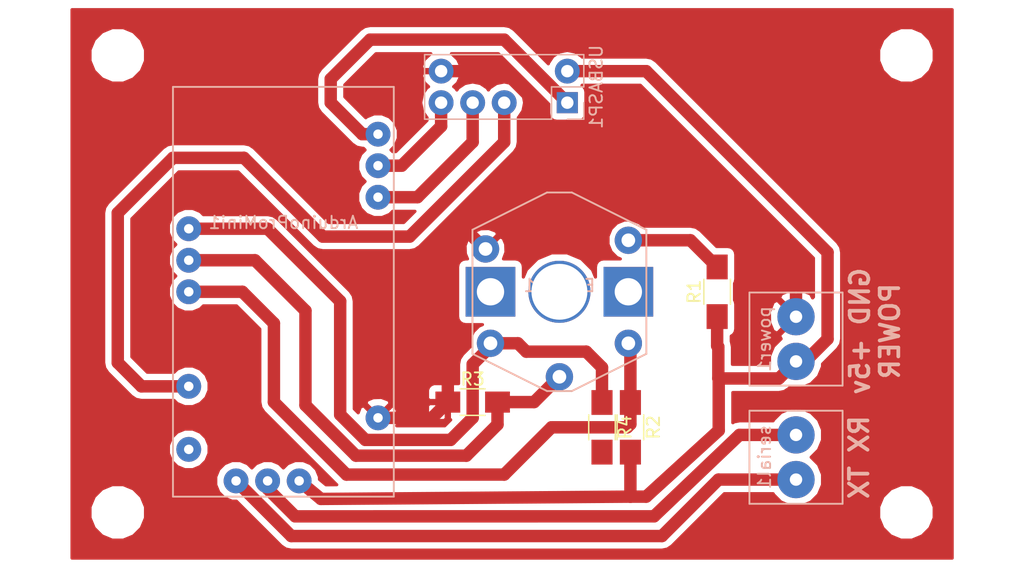
<source format=kicad_pcb>
(kicad_pcb (version 4) (host pcbnew 4.0.4-stable)

  (general
    (links 22)
    (no_connects 1)
    (area 193.007857 76.105 275.622143 123.385)
    (thickness 1.6)
    (drawings 2)
    (tracks 104)
    (zones 0)
    (modules 13)
    (nets 14)
  )

  (page A4)
  (layers
    (0 F.Cu signal)
    (31 B.Cu signal)
    (32 B.Adhes user)
    (33 F.Adhes user)
    (34 B.Paste user)
    (35 F.Paste user)
    (36 B.SilkS user)
    (37 F.SilkS user)
    (38 B.Mask user)
    (39 F.Mask user)
    (40 Dwgs.User user)
    (41 Cmts.User user)
    (42 Eco1.User user)
    (43 Eco2.User user)
    (44 Edge.Cuts user)
    (45 Margin user)
    (46 B.CrtYd user)
    (47 F.CrtYd user)
    (48 B.Fab user)
    (49 F.Fab user)
  )

  (setup
    (last_trace_width 0.25)
    (user_trace_width 0.5)
    (user_trace_width 1)
    (user_trace_width 2)
    (trace_clearance 0.2)
    (zone_clearance 0.508)
    (zone_45_only yes)
    (trace_min 0.2)
    (segment_width 0.2)
    (edge_width 0.15)
    (via_size 0.6)
    (via_drill 0.4)
    (via_min_size 0.4)
    (via_min_drill 0.3)
    (user_via 2 1)
    (uvia_size 0.3)
    (uvia_drill 0.1)
    (uvias_allowed no)
    (uvia_min_size 0.2)
    (uvia_min_drill 0.1)
    (pcb_text_width 0.3)
    (pcb_text_size 1.5 1.5)
    (mod_edge_width 0.15)
    (mod_text_size 1 1)
    (mod_text_width 0.15)
    (pad_size 2.2 2.2)
    (pad_drill 1.1)
    (pad_to_mask_clearance 0.2)
    (aux_axis_origin 0 0)
    (visible_elements FFFFFF7F)
    (pcbplotparams
      (layerselection 0x00030_80000001)
      (usegerberextensions false)
      (excludeedgelayer true)
      (linewidth 0.100000)
      (plotframeref false)
      (viasonmask false)
      (mode 1)
      (useauxorigin false)
      (hpglpennumber 1)
      (hpglpenspeed 20)
      (hpglpendiameter 15)
      (hpglpenoverlay 2)
      (psnegative false)
      (psa4output false)
      (plotreference true)
      (plotvalue true)
      (plotinvisibletext false)
      (padsonsilk false)
      (subtractmaskfromsilk false)
      (outputformat 1)
      (mirror false)
      (drillshape 1)
      (scaleselection 1)
      (outputdirectory ""))
  )

  (net 0 "")
  (net 1 "Net-(ArduinoProMini1-Pad2)")
  (net 2 "Net-(ArduinoProMini1-Pad3)")
  (net 3 "Net-(ArduinoProMini1-Pad4)")
  (net 4 "Net-(ArduinoProMini1-Pad8)")
  (net 5 "Net-(ArduinoProMini1-Pad15)")
  (net 6 "Net-(ArduinoProMini1-Pad16)")
  (net 7 "Net-(ArduinoProMini1-Pad17)")
  (net 8 "Net-(ArduinoProMini1-Pad28)")
  (net 9 "Net-(ArduinoProMini1-Pad29)")
  (net 10 "Net-(ArduinoProMini1-Pad30)")
  (net 11 "Net-(ArduinoProMini1-Pad33)")
  (net 12 "Net-(ArduinoProMini1-Pad35)")
  (net 13 "Net-(EC12D1-Pad4)")

  (net_class Default "This is the default net class."
    (clearance 0.2)
    (trace_width 0.25)
    (via_dia 0.6)
    (via_drill 0.4)
    (uvia_dia 0.3)
    (uvia_drill 0.1)
    (add_net "Net-(ArduinoProMini1-Pad15)")
    (add_net "Net-(ArduinoProMini1-Pad16)")
    (add_net "Net-(ArduinoProMini1-Pad17)")
    (add_net "Net-(ArduinoProMini1-Pad2)")
    (add_net "Net-(ArduinoProMini1-Pad28)")
    (add_net "Net-(ArduinoProMini1-Pad29)")
    (add_net "Net-(ArduinoProMini1-Pad3)")
    (add_net "Net-(ArduinoProMini1-Pad30)")
    (add_net "Net-(ArduinoProMini1-Pad33)")
    (add_net "Net-(ArduinoProMini1-Pad35)")
    (add_net "Net-(ArduinoProMini1-Pad4)")
    (add_net "Net-(ArduinoProMini1-Pad8)")
    (add_net "Net-(EC12D1-Pad4)")
  )

  (module Mounting_Holes:MountingHole_3.2mm_M3 (layer F.Cu) (tedit 59DE3D83) (tstamp 59DE417E)
    (at 202.565 81.28)
    (descr "Mounting Hole 3.2mm, no annular, M3")
    (tags "mounting hole 3.2mm no annular m3")
    (attr virtual)
    (fp_text reference "" (at 0 -4.2) (layer F.SilkS)
      (effects (font (size 1 1) (thickness 0.15)))
    )
    (fp_text value MountingHole_3.2mm_M3 (at 0 4.2) (layer F.Fab)
      (effects (font (size 1 1) (thickness 0.15)))
    )
    (fp_text user %R (at 0.3 0) (layer F.Fab)
      (effects (font (size 1 1) (thickness 0.15)))
    )
    (fp_circle (center 0 0) (end 3.2 0) (layer Cmts.User) (width 0.15))
    (fp_circle (center 0 0) (end 3.45 0) (layer F.CrtYd) (width 0.05))
    (pad 1 np_thru_hole circle (at 0 0) (size 3.2 3.2) (drill 3.2) (layers *.Cu *.Mask))
  )

  (module Mounting_Holes:MountingHole_3.2mm_M3 (layer F.Cu) (tedit 59DE3D62) (tstamp 59DE4176)
    (at 202.565 118.11)
    (descr "Mounting Hole 3.2mm, no annular, M3")
    (tags "mounting hole 3.2mm no annular m3")
    (attr virtual)
    (fp_text reference "" (at 0 -4.2) (layer F.SilkS)
      (effects (font (size 1 1) (thickness 0.15)))
    )
    (fp_text value MountingHole_3.2mm_M3 (at 0 4.2) (layer F.Fab)
      (effects (font (size 1 1) (thickness 0.15)))
    )
    (fp_text user %R (at 0.3 0) (layer F.Fab)
      (effects (font (size 1 1) (thickness 0.15)))
    )
    (fp_circle (center 0 0) (end 3.2 0) (layer Cmts.User) (width 0.15))
    (fp_circle (center 0 0) (end 3.45 0) (layer F.CrtYd) (width 0.05))
    (pad 1 np_thru_hole circle (at 0 0) (size 3.2 3.2) (drill 3.2) (layers *.Cu *.Mask))
  )

  (module Mounting_Holes:MountingHole_3.2mm_M3 (layer F.Cu) (tedit 59DE3D57) (tstamp 59DE416E)
    (at 266.065 118.11)
    (descr "Mounting Hole 3.2mm, no annular, M3")
    (tags "mounting hole 3.2mm no annular m3")
    (attr virtual)
    (fp_text reference "" (at 0 -4.2) (layer F.SilkS)
      (effects (font (size 1 1) (thickness 0.15)))
    )
    (fp_text value MountingHole_3.2mm_M3 (at 0 4.2) (layer F.Fab)
      (effects (font (size 1 1) (thickness 0.15)))
    )
    (fp_text user %R (at 0.3 0) (layer F.Fab)
      (effects (font (size 1 1) (thickness 0.15)))
    )
    (fp_circle (center 0 0) (end 3.2 0) (layer Cmts.User) (width 0.15))
    (fp_circle (center 0 0) (end 3.45 0) (layer F.CrtYd) (width 0.05))
    (pad 1 np_thru_hole circle (at 0 0) (size 3.2 3.2) (drill 3.2) (layers *.Cu *.Mask))
  )

  (module SmartHouseLib:CONN_2_3.5mm (layer B.Cu) (tedit 59DE5DAA) (tstamp 59DE3A71)
    (at 257.175 113.665 90)
    (path /59DE33B0)
    (fp_text reference serial1 (at 0 -2.54 90) (layer B.SilkS)
      (effects (font (size 1 1) (thickness 0.15)) (justify mirror))
    )
    (fp_text value CONN_01X02 (at 0 0.5 90) (layer B.Fab)
      (effects (font (size 1 1) (thickness 0.15)) (justify mirror))
    )
    (fp_line (start 3.75 0) (end 3.75 3.75) (layer B.SilkS) (width 0.15))
    (fp_line (start 3.75 3.75) (end -3.75 3.75) (layer B.SilkS) (width 0.15))
    (fp_line (start -3.75 3.75) (end -3.75 -3.75) (layer B.SilkS) (width 0.15))
    (fp_line (start -3.75 -3.75) (end 3.75 -3.75) (layer B.SilkS) (width 0.15))
    (fp_line (start 3.75 -3.75) (end 3.75 0) (layer B.SilkS) (width 0.15))
    (pad 2 thru_hole circle (at 1.8 0 90) (size 3 3) (drill 1) (layers *.Cu *.Mask)
      (net 2 "Net-(ArduinoProMini1-Pad3)"))
    (pad 1 thru_hole circle (at -1.8 0 90) (size 3 3) (drill 1) (layers *.Cu *.Mask)
      (net 1 "Net-(ArduinoProMini1-Pad2)"))
  )

  (module SmartHouseLib:CONN_2_3.5mm (layer B.Cu) (tedit 59DE5DAE) (tstamp 59DE3A7C)
    (at 257.175 104.14 90)
    (path /59DE34ED)
    (fp_text reference power1 (at 0 -2.54 90) (layer B.SilkS)
      (effects (font (size 1 1) (thickness 0.15)) (justify mirror))
    )
    (fp_text value CONN_01X02 (at 0 0.5 90) (layer B.Fab)
      (effects (font (size 1 1) (thickness 0.15)) (justify mirror))
    )
    (fp_line (start 3.75 0) (end 3.75 3.75) (layer B.SilkS) (width 0.15))
    (fp_line (start 3.75 3.75) (end -3.75 3.75) (layer B.SilkS) (width 0.15))
    (fp_line (start -3.75 3.75) (end -3.75 -3.75) (layer B.SilkS) (width 0.15))
    (fp_line (start -3.75 -3.75) (end 3.75 -3.75) (layer B.SilkS) (width 0.15))
    (fp_line (start 3.75 -3.75) (end 3.75 0) (layer B.SilkS) (width 0.15))
    (pad 2 thru_hole circle (at 1.8 0 90) (size 3 3) (drill 1) (layers *.Cu *.Mask)
      (net 4 "Net-(ArduinoProMini1-Pad8)"))
    (pad 1 thru_hole circle (at -1.8 0 90) (size 3 3) (drill 1) (layers *.Cu *.Mask)
      (net 3 "Net-(ArduinoProMini1-Pad4)"))
  )

  (module Resistors_SMD:R_1206_HandSoldering (layer F.Cu) (tedit 59DE5D20) (tstamp 59DE3A8D)
    (at 250.825 100.33 90)
    (descr "Resistor SMD 1206, hand soldering")
    (tags "resistor 1206")
    (path /59DE2960)
    (attr smd)
    (fp_text reference R1 (at 0 -1.85 90) (layer F.SilkS)
      (effects (font (size 1 1) (thickness 0.15)))
    )
    (fp_text value R5k1 (at 0 1.9 90) (layer F.Fab)
      (effects (font (size 1 1) (thickness 0.15)))
    )
    (fp_text user %R (at 0 0 90) (layer F.Fab)
      (effects (font (size 0.7 0.7) (thickness 0.105)))
    )
    (fp_line (start -1.6 0.8) (end -1.6 -0.8) (layer F.Fab) (width 0.1))
    (fp_line (start 1.6 0.8) (end -1.6 0.8) (layer F.Fab) (width 0.1))
    (fp_line (start 1.6 -0.8) (end 1.6 0.8) (layer F.Fab) (width 0.1))
    (fp_line (start -1.6 -0.8) (end 1.6 -0.8) (layer F.Fab) (width 0.1))
    (fp_line (start 1 1.07) (end -1 1.07) (layer F.SilkS) (width 0.12))
    (fp_line (start -1 -1.07) (end 1 -1.07) (layer F.SilkS) (width 0.12))
    (fp_line (start -3.25 -1.11) (end 3.25 -1.11) (layer F.CrtYd) (width 0.05))
    (fp_line (start -3.25 -1.11) (end -3.25 1.1) (layer F.CrtYd) (width 0.05))
    (fp_line (start 3.25 1.1) (end 3.25 -1.11) (layer F.CrtYd) (width 0.05))
    (fp_line (start 3.25 1.1) (end -3.25 1.1) (layer F.CrtYd) (width 0.05))
    (pad 1 smd rect (at -2 0 90) (size 2 1.7) (layers F.Cu F.Paste F.Mask)
      (net 3 "Net-(ArduinoProMini1-Pad4)"))
    (pad 2 smd rect (at 2 0 90) (size 2 1.7) (layers F.Cu F.Paste F.Mask)
      (net 13 "Net-(EC12D1-Pad4)"))
    (model ${KISYS3DMOD}/Resistors_SMD.3dshapes/R_1206.wrl
      (at (xyz 0 0 0))
      (scale (xyz 1 1 1))
      (rotate (xyz 0 0 0))
    )
  )

  (module Resistors_SMD:R_1206_HandSoldering (layer F.Cu) (tedit 59DE5D18) (tstamp 59DE3A9E)
    (at 243.84 111.252 270)
    (descr "Resistor SMD 1206, hand soldering")
    (tags "resistor 1206")
    (path /59DE2B2A)
    (attr smd)
    (fp_text reference R2 (at 0 -1.85 270) (layer F.SilkS)
      (effects (font (size 1 1) (thickness 0.15)))
    )
    (fp_text value R5k1 (at 0 1.9 270) (layer F.Fab)
      (effects (font (size 1 1) (thickness 0.15)))
    )
    (fp_text user %R (at 0 0 270) (layer F.Fab)
      (effects (font (size 0.7 0.7) (thickness 0.105)))
    )
    (fp_line (start -1.6 0.8) (end -1.6 -0.8) (layer F.Fab) (width 0.1))
    (fp_line (start 1.6 0.8) (end -1.6 0.8) (layer F.Fab) (width 0.1))
    (fp_line (start 1.6 -0.8) (end 1.6 0.8) (layer F.Fab) (width 0.1))
    (fp_line (start -1.6 -0.8) (end 1.6 -0.8) (layer F.Fab) (width 0.1))
    (fp_line (start 1 1.07) (end -1 1.07) (layer F.SilkS) (width 0.12))
    (fp_line (start -1 -1.07) (end 1 -1.07) (layer F.SilkS) (width 0.12))
    (fp_line (start -3.25 -1.11) (end 3.25 -1.11) (layer F.CrtYd) (width 0.05))
    (fp_line (start -3.25 -1.11) (end -3.25 1.1) (layer F.CrtYd) (width 0.05))
    (fp_line (start 3.25 1.1) (end 3.25 -1.11) (layer F.CrtYd) (width 0.05))
    (fp_line (start 3.25 1.1) (end -3.25 1.1) (layer F.CrtYd) (width 0.05))
    (pad 1 smd rect (at -2 0 270) (size 2 1.7) (layers F.Cu F.Paste F.Mask)
      (net 10 "Net-(ArduinoProMini1-Pad30)"))
    (pad 2 smd rect (at 2 0 270) (size 2 1.7) (layers F.Cu F.Paste F.Mask)
      (net 3 "Net-(ArduinoProMini1-Pad4)"))
    (model ${KISYS3DMOD}/Resistors_SMD.3dshapes/R_1206.wrl
      (at (xyz 0 0 0))
      (scale (xyz 1 1 1))
      (rotate (xyz 0 0 0))
    )
  )

  (module Resistors_SMD:R_1206_HandSoldering (layer F.Cu) (tedit 59DE5D01) (tstamp 59DE3AAF)
    (at 231.14 109.22)
    (descr "Resistor SMD 1206, hand soldering")
    (tags "resistor 1206")
    (path /59DE291D)
    (attr smd)
    (fp_text reference R3 (at 0 -1.85) (layer F.SilkS)
      (effects (font (size 1 1) (thickness 0.15)))
    )
    (fp_text value R10k (at 0 1.9) (layer F.Fab)
      (effects (font (size 1 1) (thickness 0.15)))
    )
    (fp_text user %R (at 0 0) (layer F.Fab)
      (effects (font (size 0.7 0.7) (thickness 0.105)))
    )
    (fp_line (start -1.6 0.8) (end -1.6 -0.8) (layer F.Fab) (width 0.1))
    (fp_line (start 1.6 0.8) (end -1.6 0.8) (layer F.Fab) (width 0.1))
    (fp_line (start 1.6 -0.8) (end 1.6 0.8) (layer F.Fab) (width 0.1))
    (fp_line (start -1.6 -0.8) (end 1.6 -0.8) (layer F.Fab) (width 0.1))
    (fp_line (start 1 1.07) (end -1 1.07) (layer F.SilkS) (width 0.12))
    (fp_line (start -1 -1.07) (end 1 -1.07) (layer F.SilkS) (width 0.12))
    (fp_line (start -3.25 -1.11) (end 3.25 -1.11) (layer F.CrtYd) (width 0.05))
    (fp_line (start -3.25 -1.11) (end -3.25 1.1) (layer F.CrtYd) (width 0.05))
    (fp_line (start 3.25 1.1) (end 3.25 -1.11) (layer F.CrtYd) (width 0.05))
    (fp_line (start 3.25 1.1) (end -3.25 1.1) (layer F.CrtYd) (width 0.05))
    (pad 1 smd rect (at -2 0) (size 2 1.7) (layers F.Cu F.Paste F.Mask)
      (net 4 "Net-(ArduinoProMini1-Pad8)"))
    (pad 2 smd rect (at 2 0) (size 2 1.7) (layers F.Cu F.Paste F.Mask)
      (net 9 "Net-(ArduinoProMini1-Pad29)"))
    (model ${KISYS3DMOD}/Resistors_SMD.3dshapes/R_1206.wrl
      (at (xyz 0 0 0))
      (scale (xyz 1 1 1))
      (rotate (xyz 0 0 0))
    )
  )

  (module Resistors_SMD:R_1206_HandSoldering (layer F.Cu) (tedit 59DE5D0D) (tstamp 59DE3AC0)
    (at 241.554 111.252 270)
    (descr "Resistor SMD 1206, hand soldering")
    (tags "resistor 1206")
    (path /59DE2B5F)
    (attr smd)
    (fp_text reference R4 (at 0 -1.85 270) (layer F.SilkS)
      (effects (font (size 1 1) (thickness 0.15)))
    )
    (fp_text value R5k1 (at 0 1.9 270) (layer F.Fab)
      (effects (font (size 1 1) (thickness 0.15)))
    )
    (fp_text user %R (at 0 0 270) (layer F.Fab)
      (effects (font (size 0.7 0.7) (thickness 0.105)))
    )
    (fp_line (start -1.6 0.8) (end -1.6 -0.8) (layer F.Fab) (width 0.1))
    (fp_line (start 1.6 0.8) (end -1.6 0.8) (layer F.Fab) (width 0.1))
    (fp_line (start 1.6 -0.8) (end 1.6 0.8) (layer F.Fab) (width 0.1))
    (fp_line (start -1.6 -0.8) (end 1.6 -0.8) (layer F.Fab) (width 0.1))
    (fp_line (start 1 1.07) (end -1 1.07) (layer F.SilkS) (width 0.12))
    (fp_line (start -1 -1.07) (end 1 -1.07) (layer F.SilkS) (width 0.12))
    (fp_line (start -3.25 -1.11) (end 3.25 -1.11) (layer F.CrtYd) (width 0.05))
    (fp_line (start -3.25 -1.11) (end -3.25 1.1) (layer F.CrtYd) (width 0.05))
    (fp_line (start 3.25 1.1) (end 3.25 -1.11) (layer F.CrtYd) (width 0.05))
    (fp_line (start 3.25 1.1) (end -3.25 1.1) (layer F.CrtYd) (width 0.05))
    (pad 1 smd rect (at -2 0 270) (size 2 1.7) (layers F.Cu F.Paste F.Mask)
      (net 8 "Net-(ArduinoProMini1-Pad28)"))
    (pad 2 smd rect (at 2 0 270) (size 2 1.7) (layers F.Cu F.Paste F.Mask)
      (net 3 "Net-(ArduinoProMini1-Pad4)"))
    (model ${KISYS3DMOD}/Resistors_SMD.3dshapes/R_1206.wrl
      (at (xyz 0 0 0))
      (scale (xyz 1 1 1))
      (rotate (xyz 0 0 0))
    )
  )

  (module SmartHouseLib:ArduinoProMini (layer B.Cu) (tedit 5A086FAD) (tstamp 59DE3B00)
    (at 215.9 95.25)
    (path /59DE2210)
    (fp_text reference ArduinoProMini1 (at 0 -0.5) (layer B.SilkS)
      (effects (font (size 1 1) (thickness 0.15)) (justify mirror))
    )
    (fp_text value ArduinoProMini (at 0 0.5) (layer B.Fab)
      (effects (font (size 1 1) (thickness 0.15)) (justify mirror))
    )
    (fp_line (start 8.89 21.59) (end 8.89 -11.43) (layer B.SilkS) (width 0.15))
    (fp_line (start 8.89 -11.43) (end -8.89 -11.43) (layer B.SilkS) (width 0.15))
    (fp_line (start -8.89 -11.43) (end -8.89 21.59) (layer B.SilkS) (width 0.15))
    (fp_line (start -8.89 21.59) (end 8.89 21.59) (layer B.SilkS) (width 0.15))
    (pad 2 thru_hole circle (at -3.81 20.32) (size 2 2) (drill 0.762) (layers *.Cu *.Mask)
      (net 1 "Net-(ArduinoProMini1-Pad2)"))
    (pad 3 thru_hole circle (at -1.27 20.32) (size 2 2) (drill 0.762) (layers *.Cu *.Mask)
      (net 2 "Net-(ArduinoProMini1-Pad3)"))
    (pad 4 thru_hole circle (at 1.27 20.32) (size 2 2) (drill 0.762) (layers *.Cu *.Mask)
      (net 3 "Net-(ArduinoProMini1-Pad4)"))
    (pad 8 thru_hole circle (at 7.62 15.24) (size 2 2) (drill 0.762) (layers *.Cu *.Mask)
      (net 4 "Net-(ArduinoProMini1-Pad8)"))
    (pad 15 thru_hole circle (at 7.62 -2.54) (size 2 2) (drill 0.762) (layers *.Cu *.Mask)
      (net 5 "Net-(ArduinoProMini1-Pad15)"))
    (pad 16 thru_hole circle (at 7.62 -5.08) (size 2 2) (drill 0.762) (layers *.Cu *.Mask)
      (net 6 "Net-(ArduinoProMini1-Pad16)"))
    (pad 17 thru_hole circle (at 7.62 -7.62) (size 2 2) (drill 0.762) (layers *.Cu *.Mask)
      (net 7 "Net-(ArduinoProMini1-Pad17)"))
    (pad 28 thru_hole circle (at -7.62 0) (size 2 2) (drill 0.762) (layers *.Cu *.Mask)
      (net 8 "Net-(ArduinoProMini1-Pad28)"))
    (pad 29 thru_hole circle (at -7.62 2.54) (size 2 2) (drill 0.762) (layers *.Cu *.Mask)
      (net 9 "Net-(ArduinoProMini1-Pad29)"))
    (pad 30 thru_hole circle (at -7.62 5.08) (size 2 2) (drill 0.762) (layers *.Cu *.Mask)
      (net 10 "Net-(ArduinoProMini1-Pad30)"))
    (pad 33 thru_hole circle (at -7.62 12.7) (size 2 2) (drill 0.762) (layers *.Cu *.Mask)
      (net 11 "Net-(ArduinoProMini1-Pad33)"))
    (pad 35 thru_hole circle (at -7.62 17.78) (size 2 2) (drill 0.762) (layers *.Cu *.Mask)
      (net 12 "Net-(ArduinoProMini1-Pad35)"))
  )

  (module Pin_Headers:Pin_Header_Straight_2x05_Pitch2.54mm (layer B.Cu) (tedit 5A086D6E) (tstamp 59DE3B20)
    (at 238.76 85.09 90)
    (descr "Through hole straight pin header, 2x05, 2.54mm pitch, double rows")
    (tags "Through hole pin header THT 2x05 2.54mm double row")
    (path /59DE225D)
    (fp_text reference USBASP1 (at 1.27 2.33 90) (layer B.SilkS)
      (effects (font (size 1 1) (thickness 0.15)) (justify mirror))
    )
    (fp_text value USBASP_5x2 (at 1.27 -12.49 90) (layer B.Fab)
      (effects (font (size 1 1) (thickness 0.15)) (justify mirror))
    )
    (fp_line (start 0 1.27) (end 3.81 1.27) (layer B.Fab) (width 0.1))
    (fp_line (start 3.81 1.27) (end 3.81 -11.43) (layer B.Fab) (width 0.1))
    (fp_line (start 3.81 -11.43) (end -1.27 -11.43) (layer B.Fab) (width 0.1))
    (fp_line (start -1.27 -11.43) (end -1.27 0) (layer B.Fab) (width 0.1))
    (fp_line (start -1.27 0) (end 0 1.27) (layer B.Fab) (width 0.1))
    (fp_line (start -1.33 -11.49) (end 3.87 -11.49) (layer B.SilkS) (width 0.12))
    (fp_line (start -1.33 -1.27) (end -1.33 -11.49) (layer B.SilkS) (width 0.12))
    (fp_line (start 3.87 1.33) (end 3.87 -11.49) (layer B.SilkS) (width 0.12))
    (fp_line (start -1.33 -1.27) (end 1.27 -1.27) (layer B.SilkS) (width 0.12))
    (fp_line (start 1.27 -1.27) (end 1.27 1.33) (layer B.SilkS) (width 0.12))
    (fp_line (start 1.27 1.33) (end 3.87 1.33) (layer B.SilkS) (width 0.12))
    (fp_line (start -1.33 0) (end -1.33 1.33) (layer B.SilkS) (width 0.12))
    (fp_line (start -1.33 1.33) (end 0 1.33) (layer B.SilkS) (width 0.12))
    (fp_line (start -1.8 1.8) (end -1.8 -11.95) (layer B.CrtYd) (width 0.05))
    (fp_line (start -1.8 -11.95) (end 4.35 -11.95) (layer B.CrtYd) (width 0.05))
    (fp_line (start 4.35 -11.95) (end 4.35 1.8) (layer B.CrtYd) (width 0.05))
    (fp_line (start 4.35 1.8) (end -1.8 1.8) (layer B.CrtYd) (width 0.05))
    (fp_text user %R (at 1.27 -5.08 360) (layer B.Fab)
      (effects (font (size 1 1) (thickness 0.15)) (justify mirror))
    )
    (pad 1 thru_hole rect (at 0 0 90) (size 1.7 1.7) (drill 1) (layers *.Cu *.Mask)
      (net 7 "Net-(ArduinoProMini1-Pad17)"))
    (pad 2 thru_hole oval (at 2.54 0 90) (size 2 2) (drill 1) (layers *.Cu *.Mask)
      (net 3 "Net-(ArduinoProMini1-Pad4)"))
    (pad 5 thru_hole oval (at 0 -5.08 90) (size 2 2) (drill 1) (layers *.Cu *.Mask)
      (net 11 "Net-(ArduinoProMini1-Pad33)"))
    (pad 7 thru_hole oval (at 0 -7.62 90) (size 2 2) (drill 1) (layers *.Cu *.Mask)
      (net 5 "Net-(ArduinoProMini1-Pad15)"))
    (pad 9 thru_hole oval (at 0 -10.16 90) (size 2 2) (drill 1) (layers *.Cu *.Mask)
      (net 6 "Net-(ArduinoProMini1-Pad16)"))
    (pad 10 thru_hole oval (at 2.54 -10.16 90) (size 2 2) (drill 1) (layers *.Cu *.Mask)
      (net 4 "Net-(ArduinoProMini1-Pad8)"))
    (model ${KISYS3DMOD}/Pin_Headers.3dshapes/Pin_Header_Straight_2x05_Pitch2.54mm.wrl
      (at (xyz 0 0 0))
      (scale (xyz 1 1 1))
      (rotate (xyz 0 0 0))
    )
  )

  (module Mounting_Holes:MountingHole_3.2mm_M3 (layer F.Cu) (tedit 59DE3D47) (tstamp 59DE4151)
    (at 266.065 81.28)
    (descr "Mounting Hole 3.2mm, no annular, M3")
    (tags "mounting hole 3.2mm no annular m3")
    (attr virtual)
    (fp_text reference "" (at 0 -4.2) (layer F.SilkS)
      (effects (font (size 1 1) (thickness 0.15)))
    )
    (fp_text value MountingHole_3.2mm_M3 (at 0 4.2) (layer F.Fab)
      (effects (font (size 1 1) (thickness 0.15)))
    )
    (fp_text user %R (at 0.3 0) (layer F.Fab)
      (effects (font (size 1 1) (thickness 0.15)))
    )
    (fp_circle (center 0 0) (end 3.2 0) (layer Cmts.User) (width 0.15))
    (fp_circle (center 0 0) (end 3.45 0) (layer F.CrtYd) (width 0.05))
    (pad 1 np_thru_hole circle (at 0 0) (size 3.2 3.2) (drill 3.2) (layers *.Cu *.Mask))
  )

  (module SmartHouseLib:ENCODER_EC12D (layer B.Cu) (tedit 5A087041) (tstamp 59DE3AD5)
    (at 238.125 100.33)
    (path /59DE2304)
    (fp_text reference EC12D1 (at 0 -0.5) (layer B.SilkS)
      (effects (font (size 1 1) (thickness 0.15)) (justify mirror))
    )
    (fp_text value ROTARY_ENCODER_SWITCH (at 0 0.5) (layer B.Fab)
      (effects (font (size 1 1) (thickness 0.15)) (justify mirror))
    )
    (fp_line (start 7 -5) (end 1 -8) (layer B.SilkS) (width 0.15))
    (fp_line (start 1 -8) (end -1 -8) (layer B.SilkS) (width 0.15))
    (fp_line (start -1 -8) (end -7 -5) (layer B.SilkS) (width 0.15))
    (fp_line (start -7 -5) (end -7 5) (layer B.SilkS) (width 0.15))
    (fp_line (start -7 5) (end -1 8) (layer B.SilkS) (width 0.15))
    (fp_line (start -1 8) (end 1 8) (layer B.SilkS) (width 0.15))
    (fp_line (start 1 8) (end 5 6) (layer B.SilkS) (width 0.15))
    (fp_line (start 5 6) (end 7 5) (layer B.SilkS) (width 0.15))
    (fp_line (start 7 5) (end 7 -5) (layer B.SilkS) (width 0.15))
    (pad 2 thru_hole circle (at -5.95 -3.45) (size 2.2 2.2) (drill 1.1) (layers *.Cu *.Mask)
      (net 4 "Net-(ArduinoProMini1-Pad8)"))
    (pad 5 thru_hole circle (at 0 6.85) (size 2.2 2.2) (drill 1.1) (layers *.Cu *.Mask)
      (net 9 "Net-(ArduinoProMini1-Pad29)"))
    (pad 4 thru_hole circle (at 5.55 -4.15) (size 2.2 2.2) (drill 1.1) (layers *.Cu *.Mask)
      (net 13 "Net-(EC12D1-Pad4)"))
    (pad 3 thru_hole circle (at 5.55 4.15) (size 2.2 2.2) (drill 1.1) (layers *.Cu *.Mask)
      (net 10 "Net-(ArduinoProMini1-Pad30)"))
    (pad 1 thru_hole circle (at -5.55 4.15) (size 2.2 2.2) (drill 1.1) (layers *.Cu *.Mask)
      (net 8 "Net-(ArduinoProMini1-Pad28)"))
    (pad "" thru_hole rect (at -5.55 0) (size 4 4) (drill 2.2) (layers *.Cu *.Mask))
    (pad "" thru_hole rect (at 5.55 0) (size 4 4) (drill 2.2) (layers *.Cu *.Mask))
    (pad "" thru_hole circle (at 0 0) (size 5 5) (drill 4.5) (layers *.Cu *.Mask))
  )

  (gr_text "RX TX" (at 262.255 113.665 90) (layer B.SilkS)
    (effects (font (size 1.5 1.5) (thickness 0.3)) (justify mirror))
  )
  (gr_text "GND +5v\nPOWER" (at 263.525 103.505 90) (layer B.SilkS)
    (effects (font (size 1.5 1.5) (thickness 0.3)) (justify mirror))
  )

  (segment (start 257.175 115.465) (end 250.93 115.465) (width 1) (layer F.Cu) (net 1))
  (segment (start 216.535 120.015) (end 212.09 115.57) (width 1) (layer F.Cu) (net 1) (tstamp 59DE6266))
  (segment (start 246.38 120.015) (end 216.535 120.015) (width 1) (layer F.Cu) (net 1) (tstamp 59DE6264))
  (segment (start 250.93 115.465) (end 246.38 120.015) (width 1) (layer F.Cu) (net 1) (tstamp 59DE6262))
  (segment (start 214.63 115.57) (end 214.63 116.205) (width 1) (layer F.Cu) (net 2))
  (segment (start 214.63 116.205) (end 216.8525 118.4275) (width 1) (layer F.Cu) (net 2) (tstamp 59DE625A))
  (segment (start 216.8525 118.4275) (end 245.745034 118.424332) (width 1) (layer F.Cu) (net 2) (tstamp 59DE625B))
  (segment (start 245.745034 118.424332) (end 252.625 111.865) (width 1) (layer F.Cu) (net 2) (tstamp 59DE625C))
  (segment (start 252.625 111.865) (end 257.175 111.865) (width 1) (layer F.Cu) (net 2) (tstamp 59DE625E))
  (segment (start 243.84 113.252) (end 243.84 116.84) (width 1) (layer F.Cu) (net 3) (status 400000))
  (segment (start 250.952 107.315) (end 250.952 111.506) (width 1) (layer F.Cu) (net 3))
  (segment (start 218.922601 117.02373) (end 217.17 115.57) (width 1) (layer F.Cu) (net 3) (tstamp 5A086D79) (status 800000))
  (segment (start 245.11 116.84) (end 243.84 116.84) (width 1) (layer F.Cu) (net 3) (tstamp 5A086D77))
  (segment (start 243.84 116.84) (end 218.922601 117.02373) (width 1) (layer F.Cu) (net 3) (tstamp 5A086D7E))
  (segment (start 250.952 111.506) (end 245.11 116.84) (width 1) (layer F.Cu) (net 3) (tstamp 5A086D75))
  (segment (start 257.175 105.94) (end 257.915 105.94) (width 1) (layer F.Cu) (net 3))
  (segment (start 257.915 105.94) (end 259.715 104.14) (width 1) (layer F.Cu) (net 3) (tstamp 59DE3F50))
  (segment (start 245.11 82.55) (end 238.76 82.55) (width 1) (layer F.Cu) (net 3) (tstamp 59DE3F54))
  (segment (start 259.715 97.155) (end 245.11 82.55) (width 1) (layer F.Cu) (net 3) (tstamp 59DE3F52))
  (segment (start 259.715 104.14) (end 259.715 97.155) (width 1) (layer F.Cu) (net 3) (tstamp 59DE3F51))
  (segment (start 255.8 107.315) (end 257.175 105.94) (width 1) (layer F.Cu) (net 3) (tstamp 59DE3C48))
  (segment (start 250.825 102.33) (end 250.825 104.68) (width 1) (layer F.Cu) (net 3))
  (segment (start 250.825 104.68) (end 250.92 104.775) (width 1) (layer F.Cu) (net 3) (tstamp 59DE3D1B))
  (segment (start 250.92 107.315) (end 250.952 107.315) (width 1) (layer F.Cu) (net 3))
  (segment (start 250.952 107.315) (end 255.8 107.315) (width 1) (layer F.Cu) (net 3) (tstamp 5A086D73))
  (segment (start 250.92 104.775) (end 250.92 107.315) (width 1) (layer F.Cu) (net 3))
  (segment (start 232.175 96.88) (end 232.135 96.88) (width 1) (layer F.Cu) (net 4))
  (segment (start 232.135 96.88) (end 230.505 95.25) (width 1) (layer F.Cu) (net 4) (tstamp 5A086CD9))
  (segment (start 229.14 109.22) (end 229.14 96.615) (width 1) (layer F.Cu) (net 4))
  (segment (start 229.14 96.615) (end 230.505 95.25) (width 1) (layer F.Cu) (net 4) (tstamp 59DE6227))
  (segment (start 230.505 95.25) (end 237.49 88.265) (width 1) (layer F.Cu) (net 4) (tstamp 5A086CDC))
  (segment (start 228.6 82.55) (end 233.68 82.55) (width 1) (layer F.Cu) (net 4))
  (segment (start 233.68 82.55) (end 236.855 85.725) (width 1) (layer F.Cu) (net 4) (tstamp 59DE621E))
  (segment (start 236.855 85.725) (end 236.855 87.63) (width 1) (layer F.Cu) (net 4) (tstamp 59DE621F))
  (segment (start 236.855 87.63) (end 237.49 88.265) (width 1) (layer F.Cu) (net 4) (tstamp 59DE6220))
  (segment (start 257.175 99.06) (end 257.175 102.34) (width 1) (layer F.Cu) (net 4) (tstamp 59DE6224))
  (segment (start 237.49 88.265) (end 240.03 90.805) (width 1) (layer F.Cu) (net 4) (tstamp 59DE622B))
  (segment (start 240.03 90.805) (end 248.92 90.805) (width 1) (layer F.Cu) (net 4) (tstamp 59DE6221))
  (segment (start 248.92 90.805) (end 257.175 99.06) (width 1) (layer F.Cu) (net 4) (tstamp 59DE6222))
  (segment (start 223.52 110.49) (end 227.87 110.49) (width 1) (layer F.Cu) (net 4))
  (segment (start 227.87 110.49) (end 229.14 109.22) (width 1) (layer F.Cu) (net 4) (tstamp 59DE3CE4))
  (segment (start 223.52 92.71) (end 226.695 92.71) (width 1) (layer F.Cu) (net 5))
  (segment (start 231.14 88.265) (end 231.14 85.09) (width 1) (layer F.Cu) (net 5) (tstamp 59DE3F3A))
  (segment (start 226.695 92.71) (end 231.14 88.265) (width 1) (layer F.Cu) (net 5) (tstamp 59DE3F39))
  (segment (start 228.6 85.09) (end 228.6 86.995) (width 1) (layer F.Cu) (net 6))
  (segment (start 225.425 90.17) (end 223.52 90.17) (width 1) (layer F.Cu) (net 6) (tstamp 59DE3F36))
  (segment (start 228.6 86.995) (end 225.425 90.17) (width 1) (layer F.Cu) (net 6) (tstamp 59DE3F35))
  (segment (start 238.76 85.09) (end 233.68 80.01) (width 1) (layer F.Cu) (net 7))
  (segment (start 233.68 80.01) (end 222.885 80.01) (width 1) (layer F.Cu) (net 7) (tstamp 59DE3FC6))
  (segment (start 222.885 80.01) (end 219.71 83.185) (width 1) (layer F.Cu) (net 7) (tstamp 59DE3FC7))
  (segment (start 219.71 83.185) (end 219.71 85.09) (width 1) (layer F.Cu) (net 7) (tstamp 59DE3FC8))
  (segment (start 219.71 85.09) (end 222.25 87.63) (width 1) (layer F.Cu) (net 7) (tstamp 59DE3FC9))
  (segment (start 222.25 87.63) (end 223.52 87.63) (width 1) (layer F.Cu) (net 7) (tstamp 59DE3FCA))
  (segment (start 232.575 104.48) (end 234.782 104.48) (width 1) (layer F.Cu) (net 8))
  (segment (start 241.554 106.426) (end 241.554 109.252) (width 1) (layer F.Cu) (net 8) (tstamp 5A086D95))
  (segment (start 240.284 105.156) (end 241.554 106.426) (width 1) (layer F.Cu) (net 8) (tstamp 5A086D94))
  (segment (start 235.458 105.156) (end 240.284 105.156) (width 1) (layer F.Cu) (net 8) (tstamp 5A086D93))
  (segment (start 234.782 104.48) (end 235.458 105.156) (width 1) (layer F.Cu) (net 8) (tstamp 5A086D92))
  (segment (start 232.575 104.48) (end 232.575 104.737) (width 1) (layer F.Cu) (net 8))
  (segment (start 232.575 104.737) (end 231.14 106.172) (width 1) (layer F.Cu) (net 8) (tstamp 5A086D2B))
  (segment (start 214.63 95.25) (end 208.28 95.25) (width 1) (layer F.Cu) (net 8) (tstamp 5A086D33))
  (segment (start 220.472 101.092) (end 214.63 95.25) (width 1) (layer F.Cu) (net 8) (tstamp 5A086D31))
  (segment (start 220.472 110.236) (end 220.472 101.092) (width 1) (layer F.Cu) (net 8) (tstamp 5A086D30))
  (segment (start 222.504 112.268) (end 220.472 110.236) (width 1) (layer F.Cu) (net 8) (tstamp 5A086D2F))
  (segment (start 229.362 112.268) (end 222.504 112.268) (width 1) (layer F.Cu) (net 8) (tstamp 5A086D2E))
  (segment (start 231.14 110.49) (end 229.362 112.268) (width 1) (layer F.Cu) (net 8) (tstamp 5A086D2D))
  (segment (start 231.14 106.172) (end 231.14 110.49) (width 1) (layer F.Cu) (net 8) (tstamp 5A086D2C))
  (segment (start 232.87 104.775) (end 232.575 104.48) (width 1) (layer F.Cu) (net 8) (tstamp 59DE5DFA))
  (segment (start 232.575 104.48) (end 232.575 104.61) (width 1) (layer F.Cu) (net 8))
  (segment (start 233.14 109.22) (end 233.14 111.03) (width 1) (layer F.Cu) (net 9))
  (segment (start 213.614 97.79) (end 208.28 97.79) (width 1) (layer F.Cu) (net 9) (tstamp 5A086D9E))
  (segment (start 217.678 101.854) (end 213.614 97.79) (width 1) (layer F.Cu) (net 9) (tstamp 5A086D9D))
  (segment (start 217.678 109.474) (end 217.678 101.854) (width 1) (layer F.Cu) (net 9) (tstamp 5A086D9B))
  (segment (start 221.742 113.538) (end 217.678 109.474) (width 1) (layer F.Cu) (net 9) (tstamp 5A086D9A))
  (segment (start 230.632 113.538) (end 221.742 113.538) (width 1) (layer F.Cu) (net 9) (tstamp 5A086D99))
  (segment (start 233.14 111.03) (end 230.632 113.538) (width 1) (layer F.Cu) (net 9) (tstamp 5A086D98))
  (segment (start 233.14 109.22) (end 232.918 109.22) (width 1) (layer F.Cu) (net 9))
  (segment (start 233.14 109.22) (end 236.085 109.22) (width 1) (layer F.Cu) (net 9))
  (segment (start 236.085 109.22) (end 238.125 107.18) (width 1) (layer F.Cu) (net 9) (tstamp 59DE620B))
  (segment (start 208.28 100.33) (end 212.598 100.33) (width 1) (layer F.Cu) (net 10))
  (segment (start 243.84 110.998) (end 243.84 109.252) (width 1) (layer F.Cu) (net 10) (tstamp 5A086DAB))
  (segment (start 243.586 111.252) (end 243.84 110.998) (width 1) (layer F.Cu) (net 10) (tstamp 5A086DAA))
  (segment (start 237.49 111.252) (end 243.586 111.252) (width 1) (layer F.Cu) (net 10) (tstamp 5A086DA9))
  (segment (start 233.68 115.062) (end 237.49 111.252) (width 1) (layer F.Cu) (net 10) (tstamp 5A086DA8))
  (segment (start 220.98 115.062) (end 233.68 115.062) (width 1) (layer F.Cu) (net 10) (tstamp 5A086DA6))
  (segment (start 215.138 109.22) (end 220.98 115.062) (width 1) (layer F.Cu) (net 10) (tstamp 5A086DA4))
  (segment (start 215.138 102.87) (end 215.138 109.22) (width 1) (layer F.Cu) (net 10) (tstamp 5A086DA3))
  (segment (start 212.598 100.33) (end 215.138 102.87) (width 1) (layer F.Cu) (net 10) (tstamp 5A086DA2))
  (segment (start 243.84 109.252) (end 243.84 104.645) (width 1) (layer F.Cu) (net 10))
  (segment (start 243.84 104.645) (end 243.675 104.48) (width 1) (layer F.Cu) (net 10) (tstamp 5A086D70))
  (segment (start 243.97 104.775) (end 243.675 104.48) (width 1) (layer F.Cu) (net 10) (tstamp 59DE5DFD))
  (segment (start 208.28 107.95) (end 204.47 107.95) (width 1) (layer F.Cu) (net 11))
  (segment (start 233.68 88.265) (end 233.68 85.09) (width 1) (layer F.Cu) (net 11) (tstamp 59DE62A4))
  (segment (start 226.06 95.885) (end 233.68 88.265) (width 1) (layer F.Cu) (net 11) (tstamp 59DE62A2))
  (segment (start 219.075 95.885) (end 226.06 95.885) (width 1) (layer F.Cu) (net 11) (tstamp 59DE62A0))
  (segment (start 212.725 89.535) (end 219.075 95.885) (width 1) (layer F.Cu) (net 11) (tstamp 59DE629E))
  (segment (start 207.01 89.535) (end 212.725 89.535) (width 1) (layer F.Cu) (net 11) (tstamp 59DE629C))
  (segment (start 202.565 93.98) (end 207.01 89.535) (width 1) (layer F.Cu) (net 11) (tstamp 59DE629B))
  (segment (start 202.565 106.045) (end 202.565 93.98) (width 1) (layer F.Cu) (net 11) (tstamp 59DE629A))
  (segment (start 204.47 107.95) (end 202.565 106.045) (width 1) (layer F.Cu) (net 11) (tstamp 59DE6299))
  (segment (start 243.675 96.18) (end 248.675 96.18) (width 1) (layer F.Cu) (net 13))
  (segment (start 248.675 96.18) (end 250.825 98.33) (width 1) (layer F.Cu) (net 13) (tstamp 5A086CDE))
  (segment (start 243.675 96.18) (end 244.135 96.18) (width 1) (layer F.Cu) (net 13))
  (segment (start 250.825 98.33) (end 250.73 98.33) (width 1) (layer F.Cu) (net 13))

  (zone (net 4) (net_name "Net-(ArduinoProMini1-Pad8)") (layer F.Cu) (tstamp 59DE410D) (hatch edge 0.508)
    (connect_pads (clearance 0.508))
    (min_thickness 0.254)
    (fill yes (arc_segments 16) (thermal_gap 0.508) (thermal_bridge_width 0.508))
    (polygon
      (pts
        (xy 269.875 121.92) (xy 198.755 121.92) (xy 198.755 77.47) (xy 269.875 77.47)
      )
    )
    (filled_polygon
      (pts
        (xy 269.748 121.793) (xy 198.882 121.793) (xy 198.882 118.552619) (xy 200.329613 118.552619) (xy 200.669155 119.374372)
        (xy 201.297321 120.003636) (xy 202.118481 120.344611) (xy 203.007619 120.345387) (xy 203.829372 120.005845) (xy 204.458636 119.377679)
        (xy 204.799611 118.556519) (xy 204.800387 117.667381) (xy 204.460845 116.845628) (xy 203.832679 116.216364) (xy 203.011519 115.875389)
        (xy 202.122381 115.874613) (xy 201.300628 116.214155) (xy 200.671364 116.842321) (xy 200.330389 117.663481) (xy 200.329613 118.552619)
        (xy 198.882 118.552619) (xy 198.882 113.353795) (xy 206.644716 113.353795) (xy 206.893106 113.954943) (xy 207.352637 114.415278)
        (xy 207.953352 114.664716) (xy 208.603795 114.665284) (xy 209.204943 114.416894) (xy 209.665278 113.957363) (xy 209.914716 113.356648)
        (xy 209.915284 112.706205) (xy 209.666894 112.105057) (xy 209.207363 111.644722) (xy 208.606648 111.395284) (xy 207.956205 111.394716)
        (xy 207.355057 111.643106) (xy 206.894722 112.102637) (xy 206.645284 112.703352) (xy 206.644716 113.353795) (xy 198.882 113.353795)
        (xy 198.882 93.98) (xy 201.43 93.98) (xy 201.43 106.045) (xy 201.516397 106.479346) (xy 201.692275 106.742566)
        (xy 201.762434 106.847566) (xy 203.667434 108.752566) (xy 204.035654 108.998603) (xy 204.47 109.085) (xy 207.102796 109.085)
        (xy 207.352637 109.335278) (xy 207.953352 109.584716) (xy 208.603795 109.585284) (xy 209.204943 109.336894) (xy 209.665278 108.877363)
        (xy 209.914716 108.276648) (xy 209.915284 107.626205) (xy 209.666894 107.025057) (xy 209.207363 106.564722) (xy 208.606648 106.315284)
        (xy 207.956205 106.314716) (xy 207.355057 106.563106) (xy 207.102722 106.815) (xy 204.940132 106.815) (xy 203.7 105.574868)
        (xy 203.7 94.450132) (xy 207.480132 90.67) (xy 212.254868 90.67) (xy 218.272434 96.687566) (xy 218.640654 96.933603)
        (xy 219.075 97.02) (xy 226.06 97.02) (xy 226.494346 96.933603) (xy 226.862566 96.687566) (xy 227.822664 95.727468)
        (xy 231.202073 95.727468) (xy 232.175 96.700395) (xy 233.147927 95.727468) (xy 233.049264 95.460613) (xy 232.439539 95.234092)
        (xy 231.78954 95.258144) (xy 231.300736 95.460613) (xy 231.202073 95.727468) (xy 227.822664 95.727468) (xy 234.482566 89.067566)
        (xy 234.728603 88.699346) (xy 234.756845 88.557363) (xy 234.815 88.265) (xy 234.815 86.292264) (xy 234.83612 86.278152)
        (xy 235.190543 85.747719) (xy 235.315 85.122032) (xy 235.315 85.057968) (xy 235.190543 84.432281) (xy 234.83612 83.901848)
        (xy 234.305687 83.547425) (xy 233.68 83.422968) (xy 233.054313 83.547425) (xy 232.52388 83.901848) (xy 232.41 84.072282)
        (xy 232.29612 83.901848) (xy 231.765687 83.547425) (xy 231.14 83.422968) (xy 230.514313 83.547425) (xy 229.98388 83.901848)
        (xy 229.87 84.072282) (xy 229.75612 83.901848) (xy 229.607514 83.802553) (xy 229.923505 83.509994) (xy 230.190133 82.930435)
        (xy 230.071319 82.677) (xy 228.727 82.677) (xy 228.727 82.697) (xy 228.473 82.697) (xy 228.473 82.677)
        (xy 227.128681 82.677) (xy 227.009867 82.930435) (xy 227.276495 83.509994) (xy 227.592486 83.802553) (xy 227.44388 83.901848)
        (xy 227.089457 84.432281) (xy 226.965 85.057968) (xy 226.965 85.122032) (xy 227.089457 85.747719) (xy 227.44388 86.278152)
        (xy 227.465 86.292264) (xy 227.465 86.524868) (xy 224.954868 89.035) (xy 224.697204 89.035) (xy 224.562241 88.899801)
        (xy 224.905278 88.557363) (xy 225.154716 87.956648) (xy 225.155284 87.306205) (xy 224.906894 86.705057) (xy 224.447363 86.244722)
        (xy 223.846648 85.995284) (xy 223.196205 85.994716) (xy 222.595057 86.243106) (xy 222.531592 86.30646) (xy 220.845 84.619868)
        (xy 220.845 83.655132) (xy 223.355132 81.145) (xy 227.772616 81.145) (xy 227.744615 81.156598) (xy 227.276495 81.590006)
        (xy 227.009867 82.169565) (xy 227.128681 82.423) (xy 228.473 82.423) (xy 228.473 82.403) (xy 228.727 82.403)
        (xy 228.727 82.423) (xy 230.071319 82.423) (xy 230.190133 82.169565) (xy 229.923505 81.590006) (xy 229.455385 81.156598)
        (xy 229.427384 81.145) (xy 233.209868 81.145) (xy 237.26256 85.197692) (xy 237.26256 85.94) (xy 237.306838 86.175317)
        (xy 237.44591 86.391441) (xy 237.65811 86.536431) (xy 237.91 86.58744) (xy 239.61 86.58744) (xy 239.845317 86.543162)
        (xy 240.061441 86.40409) (xy 240.206431 86.19189) (xy 240.25744 85.94) (xy 240.25744 84.24) (xy 240.213162 84.004683)
        (xy 240.07409 83.788559) (xy 239.942511 83.698655) (xy 239.951635 83.685) (xy 244.639868 83.685) (xy 258.58 97.625132)
        (xy 258.58 100.755392) (xy 258.509364 100.826028) (xy 258.349582 100.507261) (xy 257.558813 100.197277) (xy 256.709613 100.213503)
        (xy 256.000418 100.507261) (xy 255.840635 100.82603) (xy 257.175 102.160395) (xy 257.189143 102.146253) (xy 257.368748 102.325858)
        (xy 257.354605 102.34) (xy 257.368748 102.354143) (xy 257.189143 102.533748) (xy 257.175 102.519605) (xy 255.840635 103.85397)
        (xy 255.976548 104.125118) (xy 255.9672 104.12898) (xy 255.366091 104.729041) (xy 255.040372 105.513459) (xy 255.03979 106.18)
        (xy 252.055 106.18) (xy 252.055 104.775) (xy 251.968603 104.340654) (xy 251.96 104.327779) (xy 251.96 103.901192)
        (xy 252.126441 103.79409) (xy 252.271431 103.58189) (xy 252.32244 103.33) (xy 252.32244 101.956187) (xy 255.032277 101.956187)
        (xy 255.048503 102.805387) (xy 255.342261 103.514582) (xy 255.66103 103.674365) (xy 256.995395 102.34) (xy 255.66103 101.005635)
        (xy 255.342261 101.165418) (xy 255.032277 101.956187) (xy 252.32244 101.956187) (xy 252.32244 101.33) (xy 252.278162 101.094683)
        (xy 252.222 101.007405) (xy 252.222 99.654235) (xy 252.271431 99.58189) (xy 252.32244 99.33) (xy 252.32244 97.33)
        (xy 252.278162 97.094683) (xy 252.13909 96.878559) (xy 251.92689 96.733569) (xy 251.675 96.68256) (xy 250.782692 96.68256)
        (xy 249.477566 95.377434) (xy 249.290794 95.252637) (xy 249.109346 95.131397) (xy 248.675 95.045) (xy 244.852204 95.045)
        (xy 244.602363 94.794722) (xy 244.001648 94.545284) (xy 243.351205 94.544716) (xy 242.750057 94.793106) (xy 242.289722 95.252637)
        (xy 242.040284 95.853352) (xy 242.039716 96.503795) (xy 242.288106 97.104943) (xy 242.747637 97.565278) (xy 243.030084 97.68256)
        (xy 241.675 97.68256) (xy 241.439683 97.726838) (xy 241.223559 97.86591) (xy 241.078569 98.07811) (xy 241.02756 98.33)
        (xy 241.02756 99.145284) (xy 240.784273 98.556485) (xy 239.903153 97.673826) (xy 238.751326 97.195546) (xy 237.504146 97.194457)
        (xy 236.351485 97.670727) (xy 235.468826 98.551847) (xy 235.22244 99.145211) (xy 235.22244 98.33) (xy 235.178162 98.094683)
        (xy 235.03909 97.878559) (xy 234.82689 97.733569) (xy 234.575 97.68256) (xy 233.621026 97.68256) (xy 233.820908 97.144539)
        (xy 233.796856 96.49454) (xy 233.594387 96.005736) (xy 233.327532 95.907073) (xy 232.354605 96.88) (xy 232.368748 96.894143)
        (xy 232.189143 97.073748) (xy 232.175 97.059605) (xy 232.160858 97.073748) (xy 231.981253 96.894143) (xy 231.995395 96.88)
        (xy 231.022468 95.907073) (xy 230.755613 96.005736) (xy 230.529092 96.615461) (xy 230.553144 97.26546) (xy 230.725912 97.68256)
        (xy 230.575 97.68256) (xy 230.339683 97.726838) (xy 230.123559 97.86591) (xy 229.978569 98.07811) (xy 229.92756 98.33)
        (xy 229.92756 102.33) (xy 229.971838 102.565317) (xy 230.11091 102.781441) (xy 230.32311 102.926431) (xy 230.575 102.97744)
        (xy 231.929989 102.97744) (xy 231.650057 103.093106) (xy 231.189722 103.552637) (xy 230.940284 104.153352) (xy 230.939748 104.76712)
        (xy 230.337434 105.369434) (xy 230.091397 105.737654) (xy 230.005 106.172) (xy 230.005 107.735) (xy 229.42575 107.735)
        (xy 229.267 107.89375) (xy 229.267 109.093) (xy 229.287 109.093) (xy 229.287 109.347) (xy 229.267 109.347)
        (xy 229.267 110.54625) (xy 229.372809 110.652059) (xy 228.891868 111.133) (xy 225.025305 111.133) (xy 225.165908 110.754539)
        (xy 225.141856 110.10454) (xy 224.939387 109.615736) (xy 224.672532 109.517073) (xy 223.699605 110.49) (xy 223.713748 110.504143)
        (xy 223.534143 110.683748) (xy 223.52 110.669605) (xy 223.505858 110.683748) (xy 223.326253 110.504143) (xy 223.340395 110.49)
        (xy 222.367468 109.517073) (xy 222.100613 109.615736) (xy 221.926236 110.085104) (xy 221.607 109.765868) (xy 221.607 109.337468)
        (xy 222.547073 109.337468) (xy 223.52 110.310395) (xy 224.324645 109.50575) (xy 227.505 109.50575) (xy 227.505 110.19631)
        (xy 227.601673 110.429699) (xy 227.780302 110.608327) (xy 228.013691 110.705) (xy 228.85425 110.705) (xy 229.013 110.54625)
        (xy 229.013 109.347) (xy 227.66375 109.347) (xy 227.505 109.50575) (xy 224.324645 109.50575) (xy 224.492927 109.337468)
        (xy 224.394264 109.070613) (xy 223.784539 108.844092) (xy 223.13454 108.868144) (xy 222.645736 109.070613) (xy 222.547073 109.337468)
        (xy 221.607 109.337468) (xy 221.607 108.24369) (xy 227.505 108.24369) (xy 227.505 108.93425) (xy 227.66375 109.093)
        (xy 229.013 109.093) (xy 229.013 107.89375) (xy 228.85425 107.735) (xy 228.013691 107.735) (xy 227.780302 107.831673)
        (xy 227.601673 108.010301) (xy 227.505 108.24369) (xy 221.607 108.24369) (xy 221.607 101.092) (xy 221.580013 100.956326)
        (xy 221.520604 100.657655) (xy 221.274566 100.289434) (xy 215.432566 94.447434) (xy 215.383045 94.414345) (xy 215.064346 94.201397)
        (xy 214.63 94.115) (xy 209.457204 94.115) (xy 209.207363 93.864722) (xy 208.606648 93.615284) (xy 207.956205 93.614716)
        (xy 207.355057 93.863106) (xy 206.894722 94.322637) (xy 206.645284 94.923352) (xy 206.644716 95.573795) (xy 206.893106 96.174943)
        (xy 207.237759 96.520199) (xy 206.894722 96.862637) (xy 206.645284 97.463352) (xy 206.644716 98.113795) (xy 206.893106 98.714943)
        (xy 207.237759 99.060199) (xy 206.894722 99.402637) (xy 206.645284 100.003352) (xy 206.644716 100.653795) (xy 206.893106 101.254943)
        (xy 207.352637 101.715278) (xy 207.953352 101.964716) (xy 208.603795 101.965284) (xy 209.204943 101.716894) (xy 209.457278 101.465)
        (xy 212.127868 101.465) (xy 214.003 103.340133) (xy 214.003 109.22) (xy 214.089397 109.654346) (xy 214.250197 109.895)
        (xy 214.335434 110.022566) (xy 220.177434 115.864566) (xy 220.199461 115.879284) (xy 219.328417 115.885707) (xy 218.805105 115.451635)
        (xy 218.805284 115.246205) (xy 218.556894 114.645057) (xy 218.097363 114.184722) (xy 217.496648 113.935284) (xy 216.846205 113.934716)
        (xy 216.245057 114.183106) (xy 215.899801 114.527759) (xy 215.557363 114.184722) (xy 214.956648 113.935284) (xy 214.306205 113.934716)
        (xy 213.705057 114.183106) (xy 213.359801 114.527759) (xy 213.017363 114.184722) (xy 212.416648 113.935284) (xy 211.766205 113.934716)
        (xy 211.165057 114.183106) (xy 210.704722 114.642637) (xy 210.455284 115.243352) (xy 210.454716 115.893795) (xy 210.703106 116.494943)
        (xy 211.162637 116.955278) (xy 211.763352 117.204716) (xy 212.119895 117.205027) (xy 215.732434 120.817566) (xy 216.100654 121.063603)
        (xy 216.535 121.15) (xy 246.38 121.15) (xy 246.814346 121.063603) (xy 247.182566 120.817566) (xy 249.447513 118.552619)
        (xy 263.829613 118.552619) (xy 264.169155 119.374372) (xy 264.797321 120.003636) (xy 265.618481 120.344611) (xy 266.507619 120.345387)
        (xy 267.329372 120.005845) (xy 267.958636 119.377679) (xy 268.299611 118.556519) (xy 268.300387 117.667381) (xy 267.960845 116.845628)
        (xy 267.332679 116.216364) (xy 266.511519 115.875389) (xy 265.622381 115.874613) (xy 264.800628 116.214155) (xy 264.171364 116.842321)
        (xy 263.830389 117.663481) (xy 263.829613 118.552619) (xy 249.447513 118.552619) (xy 251.400132 116.6) (xy 255.3339 116.6)
        (xy 255.36398 116.6728) (xy 255.964041 117.273909) (xy 256.748459 117.599628) (xy 257.597815 117.60037) (xy 258.3828 117.27602)
        (xy 258.983909 116.675959) (xy 259.309628 115.891541) (xy 259.31037 115.042185) (xy 258.98602 114.2572) (xy 258.394347 113.664493)
        (xy 258.983909 113.075959) (xy 259.309628 112.291541) (xy 259.31037 111.442185) (xy 258.98602 110.6572) (xy 258.385959 110.056091)
        (xy 257.601541 109.730372) (xy 256.752185 109.72963) (xy 255.9672 110.05398) (xy 255.366091 110.654041) (xy 255.33455 110.73)
        (xy 252.625 110.73) (xy 252.420857 110.770607) (xy 252.215789 110.806335) (xy 252.204159 110.813711) (xy 252.190654 110.816397)
        (xy 252.087 110.885656) (xy 252.087 108.45) (xy 255.8 108.45) (xy 256.234346 108.363603) (xy 256.602566 108.117566)
        (xy 256.675711 108.044421) (xy 256.748459 108.074628) (xy 257.597815 108.07537) (xy 258.3828 107.75102) (xy 258.983909 107.150959)
        (xy 259.309628 106.366541) (xy 259.309817 106.150315) (xy 260.517566 104.942566) (xy 260.763603 104.574346) (xy 260.781828 104.482723)
        (xy 260.85 104.14) (xy 260.85 97.155) (xy 260.763603 96.720654) (xy 260.517566 96.352434) (xy 245.912566 81.747434)
        (xy 245.875428 81.722619) (xy 263.829613 81.722619) (xy 264.169155 82.544372) (xy 264.797321 83.173636) (xy 265.618481 83.514611)
        (xy 266.507619 83.515387) (xy 267.329372 83.175845) (xy 267.958636 82.547679) (xy 268.299611 81.726519) (xy 268.300387 80.837381)
        (xy 267.960845 80.015628) (xy 267.332679 79.386364) (xy 266.511519 79.045389) (xy 265.622381 79.044613) (xy 264.800628 79.384155)
        (xy 264.171364 80.012321) (xy 263.830389 80.833481) (xy 263.829613 81.722619) (xy 245.875428 81.722619) (xy 245.544346 81.501397)
        (xy 245.11 81.415) (xy 239.951635 81.415) (xy 239.91612 81.361848) (xy 239.385687 81.007425) (xy 238.76 80.882968)
        (xy 238.134313 81.007425) (xy 237.60388 81.361848) (xy 237.249457 81.892281) (xy 237.235845 81.960713) (xy 234.482566 79.207434)
        (xy 234.114346 78.961397) (xy 233.68 78.875) (xy 222.885 78.875) (xy 222.450654 78.961397) (xy 222.082434 79.207434)
        (xy 218.907434 82.382434) (xy 218.661397 82.750654) (xy 218.575 83.185) (xy 218.575 85.09) (xy 218.661397 85.524346)
        (xy 218.81065 85.747719) (xy 218.907434 85.892566) (xy 221.447433 88.432566) (xy 221.815654 88.678603) (xy 222.25 88.765)
        (xy 222.342796 88.765) (xy 222.477759 88.900199) (xy 222.134722 89.242637) (xy 221.885284 89.843352) (xy 221.884716 90.493795)
        (xy 222.133106 91.094943) (xy 222.477759 91.440199) (xy 222.134722 91.782637) (xy 221.885284 92.383352) (xy 221.884716 93.033795)
        (xy 222.133106 93.634943) (xy 222.592637 94.095278) (xy 223.193352 94.344716) (xy 223.843795 94.345284) (xy 224.444943 94.096894)
        (xy 224.697278 93.845) (xy 226.494868 93.845) (xy 225.589868 94.75) (xy 219.545132 94.75) (xy 213.527566 88.732434)
        (xy 213.447002 88.678603) (xy 213.159346 88.486397) (xy 212.725 88.4) (xy 207.01 88.4) (xy 206.575654 88.486397)
        (xy 206.287998 88.678603) (xy 206.207434 88.732434) (xy 201.762434 93.177434) (xy 201.516397 93.545654) (xy 201.43 93.98)
        (xy 198.882 93.98) (xy 198.882 81.722619) (xy 200.329613 81.722619) (xy 200.669155 82.544372) (xy 201.297321 83.173636)
        (xy 202.118481 83.514611) (xy 203.007619 83.515387) (xy 203.829372 83.175845) (xy 204.458636 82.547679) (xy 204.799611 81.726519)
        (xy 204.800387 80.837381) (xy 204.460845 80.015628) (xy 203.832679 79.386364) (xy 203.011519 79.045389) (xy 202.122381 79.044613)
        (xy 201.300628 79.384155) (xy 200.671364 80.012321) (xy 200.330389 80.833481) (xy 200.329613 81.722619) (xy 198.882 81.722619)
        (xy 198.882 77.597) (xy 269.748 77.597)
      )
    )
  )
  (zone (net 0) (net_name "") (layer F.Cu) (tstamp 59DE414A) (hatch edge 0.508)
    (connect_pads (clearance 0.508))
    (min_thickness 0.254)
    (keepout (tracks allowed) (vias allowed) (copperpour not_allowed))
    (fill (arc_segments 16) (thermal_gap 0.508) (thermal_bridge_width 0.508))
    (polygon
      (pts
        (xy 249.555 99.06) (xy 252.095 99.06) (xy 252.095 101.6) (xy 249.555 101.6)
      )
    )
  )
)

</source>
